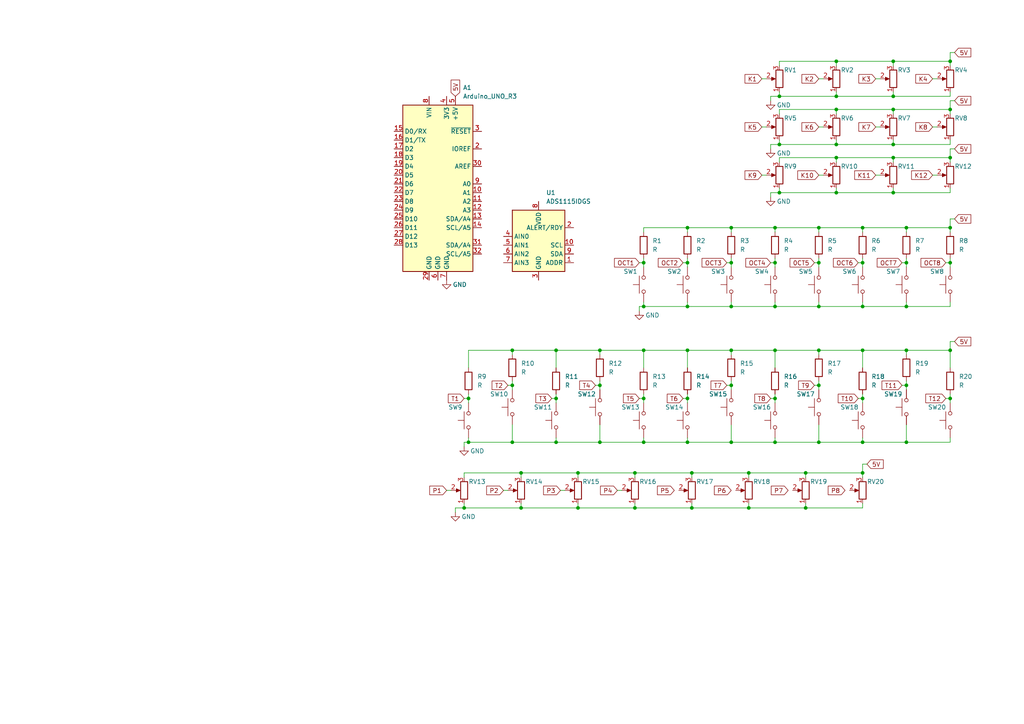
<source format=kicad_sch>
(kicad_sch (version 20230121) (generator eeschema)
  (paper "A4")
  (title_block (title "Maze MIDI") (date "2023-10-25") (rev "v0.1.0") (company "Ronalds Palacis"))
  (lib_symbols
    (symbol "Analog_ADC:ADS1115IDGS"
      (property "Reference" "U" (at 2.54 13.97 0))
      (property "Value" "ADS1115IDGS" (at 7.62 11.43 0))
      (symbol "ADS1115IDGS_0_1"
        (rectangle (start -7.62 10.16) (end 7.62 -7.62) (stroke (width 0.254)) (fill (type background)))
      )
      (symbol "ADS1115IDGS_1_1"
        (pin input line (at 10.16 -5.08 180) (length 2.54) (name "ADDR") (number "1"))
        (pin input line (at 10.16 0 180) (length 2.54) (name "SCL") (number "10"))
        (pin output line (at 10.16 5.08 180) (length 2.54) (name "ALERT/RDY") (number "2"))
        (pin power_in line (at 0 -10.16 90) (length 2.54) (name "GND") (number "3"))
        (pin input line (at -10.16 2.54 0) (length 2.54) (name "AIN0") (number "4"))
        (pin input line (at -10.16 0 0) (length 2.54) (name "AIN1") (number "5"))
        (pin input line (at -10.16 -2.54 0) (length 2.54) (name "AIN2") (number "6"))
        (pin input line (at -10.16 -5.08 0) (length 2.54) (name "AIN3") (number "7"))
        (pin power_in line (at 0 12.7 270) (length 2.54) (name "VDD") (number "8"))
        (pin bidirectional line (at 10.16 -2.54 180) (length 2.54) (name "SDA") (number "9"))
      )
    )
    (symbol "Device:R" (pin_numbers hide) (pin_names (offset 0))
      (property "Reference" "R" (at 2.032 0 90))
      (property "Value" "R" (at 0 0 90))
      (symbol "R_0_1"
        (rectangle (start -1.016 -2.54) (end 1.016 2.54) (stroke (width 0.254)))
      )
      (symbol "R_1_1"
        (pin passive line (at 0 3.81 270) (length 1.27) (name "~") (number "1"))
        (pin passive line (at 0 -3.81 90) (length 1.27) (name "~") (number "2"))
      )
    )
    (symbol "Device:R_Potentiometer" (pin_names (offset 1.016) hide)
      (property "Reference" "RV" (at -4.445 0 90))
      (property "Value" "R_Potentiometer" (at -2.54 0 90))
      (symbol "R_Potentiometer_0_1"
        (polyline (pts (xy 2.54 0) (xy 1.524 0)))
        (polyline (pts (xy 1.143 0) (xy 2.286 0.508) (xy 2.286 -0.508) (xy 1.143 0)) (fill (type outline)))
        (rectangle (start 1.016 2.54) (end -1.016 -2.54) (stroke (width 0.254)))
      )
      (symbol "R_Potentiometer_1_1"
        (pin passive line (at 0 3.81 270) (length 1.27) (name "1") (number "1"))
        (pin passive line (at 3.81 0 180) (length 1.27) (name "2") (number "2"))
        (pin passive line (at 0 -3.81 90) (length 1.27) (name "3") (number "3"))
      )
    )
    (symbol "MCU_Module:Arduino_UNO_R3"
      (property "Reference" "A" (at -10.16 23.495 0))
      (property "Value" "Arduino_UNO_R3" (at 5.08 -26.67 0))
      (symbol "Arduino_UNO_R3_0_1"
        (rectangle (start -10.16 22.86) (end 10.16 -25.4) (stroke (width 0.254)) (fill (type background)))
      )
      (symbol "Arduino_UNO_R3_1_1"
        (pin no_connect line (at -10.16 -20.32 0) (length 2.54) hide (name "NC") (number "1"))
        (pin bidirectional line (at 12.7 -2.54 180) (length 2.54) (name "A1") (number "10"))
        (pin bidirectional line (at 12.7 -5.08 180) (length 2.54) (name "A2") (number "11"))
        (pin bidirectional line (at 12.7 -7.62 180) (length 2.54) (name "A3") (number "12"))
        (pin bidirectional line (at 12.7 -10.16 180) (length 2.54) (name "SDA/A4") (number "13"))
        (pin bidirectional line (at 12.7 -12.7 180) (length 2.54) (name "SCL/A5") (number "14"))
        (pin bidirectional line (at -12.7 15.24 0) (length 2.54) (name "D0/RX") (number "15"))
        (pin bidirectional line (at -12.7 12.7 0) (length 2.54) (name "D1/TX") (number "16"))
        (pin bidirectional line (at -12.7 10.16 0) (length 2.54) (name "D2") (number "17"))
        (pin bidirectional line (at -12.7 7.62 0) (length 2.54) (name "D3") (number "18"))
        (pin bidirectional line (at -12.7 5.08 0) (length 2.54) (name "D4") (number "19"))
        (pin output line (at 12.7 10.16 180) (length 2.54) (name "IOREF") (number "2"))
        (pin bidirectional line (at -12.7 2.54 0) (length 2.54) (name "D5") (number "20"))
        (pin bidirectional line (at -12.7 0 0) (length 2.54) (name "D6") (number "21"))
        (pin bidirectional line (at -12.7 -2.54 0) (length 2.54) (name "D7") (number "22"))
        (pin bidirectional line (at -12.7 -5.08 0) (length 2.54) (name "D8") (number "23"))
        (pin bidirectional line (at -12.7 -7.62 0) (length 2.54) (name "D9") (number "24"))
        (pin bidirectional line (at -12.7 -10.16 0) (length 2.54) (name "D10") (number "25"))
        (pin bidirectional line (at -12.7 -12.7 0) (length 2.54) (name "D11") (number "26"))
        (pin bidirectional line (at -12.7 -15.24 0) (length 2.54) (name "D12") (number "27"))
        (pin bidirectional line (at -12.7 -17.78 0) (length 2.54) (name "D13") (number "28"))
        (pin power_in line (at -2.54 -27.94 90) (length 2.54) (name "GND") (number "29"))
        (pin input line (at 12.7 15.24 180) (length 2.54) (name "~{RESET}") (number "3"))
        (pin input line (at 12.7 5.08 180) (length 2.54) (name "AREF") (number "30"))
        (pin bidirectional line (at 12.7 -17.78 180) (length 2.54) (name "SDA/A4") (number "31"))
        (pin bidirectional line (at 12.7 -20.32 180) (length 2.54) (name "SCL/A5") (number "32"))
        (pin power_out line (at 2.54 25.4 270) (length 2.54) (name "3V3") (number "4"))
        (pin power_out line (at 5.08 25.4 270) (length 2.54) (name "+5V") (number "5"))
        (pin power_in line (at 0 -27.94 90) (length 2.54) (name "GND") (number "6"))
        (pin power_in line (at 2.54 -27.94 90) (length 2.54) (name "GND") (number "7"))
        (pin power_in line (at -2.54 25.4 270) (length 2.54) (name "VIN") (number "8"))
        (pin bidirectional line (at 12.7 0 180) (length 2.54) (name "A0") (number "9"))
      )
    )
    (symbol "Switch:SW_Push" (pin_numbers hide) (pin_names (offset 1.016) hide)
      (property "Reference" "SW" (at 1.27 2.54 0))
      (property "Value" "SW_Push" (at 0 -1.524 0))
      (symbol "SW_Push_0_1"
        (circle (center -2.032 0) (radius 0.508))
        (polyline (pts (xy 0 1.27) (xy 0 3.048)))
        (polyline (pts (xy 2.54 1.27) (xy -2.54 1.27)))
        (circle (center 2.032 0) (radius 0.508))
        (pin passive line (at -5.08 0 0) (length 2.54) (name "1") (number "1"))
        (pin passive line (at 5.08 0 180) (length 2.54) (name "2") (number "2"))
      )
    )
    (symbol "power:GND" (power) (pin_names (offset 0))
      (property "Value" "GND" (at 0 -3.81 0))
      (symbol "GND_0_1"
        (polyline (pts (xy 0 0) (xy 0 -1.27) (xy 1.27 -1.27) (xy 0 -2.54) (xy -1.27 -1.27) (xy 0 -1.27)))
      )
      (symbol "GND_1_1"
        (pin power_in line (at 0 0 270) (length 0) hide (name "GND") (number "1"))
      )
    )
  )
  (junction (at 186.69 128.27))
  (junction (at 212.09 88.9))
  (junction (at 224.79 88.9))
  (junction (at 167.64 137.16))
  (junction (at 262.89 101.6))
  (junction (at 237.49 128.27))
  (junction (at 237.49 88.9))
  (junction (at 217.17 147.32))
  (junction (at 275.59 17.78))
  (junction (at 212.09 128.27))
  (junction (at 237.49 101.6))
  (junction (at 242.57 17.78))
  (junction (at 226.06 55.88))
  (junction (at 173.99 101.6))
  (junction (at 199.39 66.04))
  (junction (at 242.57 45.72))
  (junction (at 161.29 115.57))
  (junction (at 233.68 147.32))
  (junction (at 161.29 101.6))
  (junction (at 262.89 76.2))
  (junction (at 167.64 147.32))
  (junction (at 226.06 41.91))
  (junction (at 250.19 88.9))
  (junction (at 275.59 115.57))
  (junction (at 250.19 115.57))
  (junction (at 186.69 88.9))
  (junction (at 135.89 115.57))
  (junction (at 262.89 128.27))
  (junction (at 173.99 128.27))
  (junction (at 173.99 111.76))
  (junction (at 151.13 137.16))
  (junction (at 259.08 55.88))
  (junction (at 275.59 66.04))
  (junction (at 275.59 76.2))
  (junction (at 250.19 128.27))
  (junction (at 242.57 27.94))
  (junction (at 186.69 101.6))
  (junction (at 199.39 115.57))
  (junction (at 275.59 31.75))
  (junction (at 259.08 27.94))
  (junction (at 275.59 45.72))
  (junction (at 259.08 31.75))
  (junction (at 212.09 76.2))
  (junction (at 226.06 27.94))
  (junction (at 135.89 128.27))
  (junction (at 262.89 111.76))
  (junction (at 250.19 137.16))
  (junction (at 242.57 55.88))
  (junction (at 200.66 147.32))
  (junction (at 134.62 147.32))
  (junction (at 200.66 137.16))
  (junction (at 237.49 111.76))
  (junction (at 224.79 128.27))
  (junction (at 212.09 66.04))
  (junction (at 212.09 101.6))
  (junction (at 186.69 115.57))
  (junction (at 199.39 128.27))
  (junction (at 199.39 76.2))
  (junction (at 262.89 66.04))
  (junction (at 212.09 111.76))
  (junction (at 161.29 128.27))
  (junction (at 224.79 76.2))
  (junction (at 148.59 111.76))
  (junction (at 259.08 17.78))
  (junction (at 186.69 76.2))
  (junction (at 217.17 137.16))
  (junction (at 250.19 66.04))
  (junction (at 233.68 137.16))
  (junction (at 259.08 41.91))
  (junction (at 275.59 101.6))
  (junction (at 237.49 76.2))
  (junction (at 199.39 88.9))
  (junction (at 250.19 101.6))
  (junction (at 199.39 101.6))
  (junction (at 148.59 128.27))
  (junction (at 237.49 66.04))
  (junction (at 242.57 31.75))
  (junction (at 184.15 137.16))
  (junction (at 224.79 101.6))
  (junction (at 151.13 147.32))
  (junction (at 224.79 66.04))
  (junction (at 242.57 41.91))
  (junction (at 224.79 115.57))
  (junction (at 259.08 45.72))
  (junction (at 148.59 101.6))
  (junction (at 184.15 147.32))
  (junction (at 262.89 88.9))
  (junction (at 250.19 76.2))
  (wire (pts (xy 250.19 74.93) (xy 250.19 76.2)))
  (wire (pts (xy 132.08 147.32) (xy 134.62 147.32)))
  (wire (pts (xy 262.89 101.6) (xy 262.89 102.87)))
  (wire (pts (xy 237.49 87.63) (xy 237.49 88.9)))
  (wire (pts (xy 200.66 147.32) (xy 184.15 147.32)))
  (wire (pts (xy 212.09 101.6) (xy 199.39 101.6)))
  (wire (pts (xy 275.59 40.64) (xy 275.59 41.91)))
  (wire (pts (xy 226.06 33.02) (xy 226.06 31.75)))
  (wire (pts (xy 233.68 137.16) (xy 217.17 137.16)))
  (wire (pts (xy 259.08 55.88) (xy 275.59 55.88)))
  (wire (pts (xy 148.59 101.6) (xy 135.89 101.6)))
  (wire (pts (xy 212.09 123.19) (xy 212.09 128.27)))
  (wire (pts (xy 173.99 123.19) (xy 173.99 128.27)))
  (wire (pts (xy 162.56 142.24) (xy 163.83 142.24)))
  (wire (pts (xy 237.49 76.2) (xy 237.49 77.47)))
  (wire (pts (xy 275.59 66.04) (xy 262.89 66.04)))
  (wire (pts (xy 223.52 27.94) (xy 226.06 27.94)))
  (wire (pts (xy 275.59 67.31) (xy 275.59 66.04)))
  (wire (pts (xy 259.08 45.72) (xy 275.59 45.72)))
  (wire (pts (xy 148.59 110.49) (xy 148.59 111.76)))
  (wire (pts (xy 254 36.83) (xy 255.27 36.83)))
  (wire (pts (xy 270.51 36.83) (xy 271.78 36.83)))
  (wire (pts (xy 224.79 128.27) (xy 237.49 128.27)))
  (wire (pts (xy 259.08 27.94) (xy 275.59 27.94)))
  (wire (pts (xy 148.59 111.76) (xy 148.59 113.03)))
  (wire (pts (xy 237.49 88.9) (xy 250.19 88.9)))
  (wire (pts (xy 223.52 115.57) (xy 224.79 115.57)))
  (wire (pts (xy 199.39 74.93) (xy 199.39 76.2)))
  (wire (pts (xy 135.89 115.57) (xy 135.89 114.3)))
  (wire (pts (xy 224.79 74.93) (xy 224.79 76.2)))
  (wire (pts (xy 259.08 31.75) (xy 259.08 33.02)))
  (wire (pts (xy 275.59 101.6) (xy 262.89 101.6)))
  (wire (pts (xy 275.59 99.06) (xy 275.59 101.6)))
  (wire (pts (xy 262.89 87.63) (xy 262.89 88.9)))
  (wire (pts (xy 146.05 142.24) (xy 147.32 142.24)))
  (wire (pts (xy 135.89 127) (xy 135.89 128.27)))
  (wire (pts (xy 148.59 123.19) (xy 148.59 128.27)))
  (wire (pts (xy 226.06 55.88) (xy 242.57 55.88)))
  (wire (pts (xy 237.49 22.86) (xy 238.76 22.86)))
  (wire (pts (xy 250.19 146.05) (xy 250.19 147.32)))
  (wire (pts (xy 262.89 66.04) (xy 262.89 67.31)))
  (wire (pts (xy 199.39 115.57) (xy 199.39 116.84)))
  (wire (pts (xy 161.29 101.6) (xy 161.29 106.68)))
  (wire (pts (xy 186.69 76.2) (xy 186.69 74.93)))
  (wire (pts (xy 132.08 148.59) (xy 132.08 147.32)))
  (wire (pts (xy 250.19 76.2) (xy 250.19 77.47)))
  (wire (pts (xy 242.57 45.72) (xy 242.57 46.99)))
  (wire (pts (xy 224.79 76.2) (xy 224.79 77.47)))
  (wire (pts (xy 212.09 74.93) (xy 212.09 76.2)))
  (wire (pts (xy 237.49 111.76) (xy 237.49 113.03)))
  (wire (pts (xy 226.06 54.61) (xy 226.06 55.88)))
  (wire (pts (xy 224.79 87.63) (xy 224.79 88.9)))
  (wire (pts (xy 212.09 76.2) (xy 212.09 77.47)))
  (wire (pts (xy 186.69 128.27) (xy 199.39 128.27)))
  (wire (pts (xy 199.39 101.6) (xy 199.39 106.68)))
  (wire (pts (xy 226.06 17.78) (xy 242.57 17.78)))
  (wire (pts (xy 186.69 88.9) (xy 199.39 88.9)))
  (wire (pts (xy 233.68 146.05) (xy 233.68 147.32)))
  (wire (pts (xy 250.19 147.32) (xy 233.68 147.32)))
  (wire (pts (xy 186.69 66.04) (xy 186.69 67.31)))
  (wire (pts (xy 185.42 88.9) (xy 186.69 88.9)))
  (wire (pts (xy 275.59 43.18) (xy 275.59 45.72)))
  (wire (pts (xy 259.08 41.91) (xy 242.57 41.91)))
  (wire (pts (xy 186.69 115.57) (xy 186.69 116.84)))
  (wire (pts (xy 226.06 27.94) (xy 242.57 27.94)))
  (wire (pts (xy 275.59 114.3) (xy 275.59 115.57)))
  (wire (pts (xy 237.49 50.8) (xy 238.76 50.8)))
  (wire (pts (xy 276.86 29.21) (xy 275.59 29.21)))
  (wire (pts (xy 184.15 137.16) (xy 184.15 138.43)))
  (wire (pts (xy 275.59 87.63) (xy 275.59 88.9)))
  (wire (pts (xy 259.08 31.75) (xy 275.59 31.75)))
  (wire (pts (xy 212.09 87.63) (xy 212.09 88.9)))
  (wire (pts (xy 237.49 102.87) (xy 237.49 101.6)))
  (wire (pts (xy 250.19 127) (xy 250.19 128.27)))
  (wire (pts (xy 161.29 127) (xy 161.29 128.27)))
  (wire (pts (xy 251.46 134.62) (xy 250.19 134.62)))
  (wire (pts (xy 173.99 101.6) (xy 161.29 101.6)))
  (wire (pts (xy 212.09 111.76) (xy 212.09 113.03)))
  (wire (pts (xy 173.99 110.49) (xy 173.99 111.76)))
  (wire (pts (xy 250.19 128.27) (xy 262.89 128.27)))
  (wire (pts (xy 275.59 15.24) (xy 275.59 17.78)))
  (wire (pts (xy 199.39 101.6) (xy 186.69 101.6)))
  (wire (pts (xy 242.57 41.91) (xy 226.06 41.91)))
  (wire (pts (xy 242.57 26.67) (xy 242.57 27.94)))
  (wire (pts (xy 224.79 127) (xy 224.79 128.27)))
  (wire (pts (xy 186.69 114.3) (xy 186.69 115.57)))
  (wire (pts (xy 262.89 88.9) (xy 275.59 88.9)))
  (wire (pts (xy 224.79 115.57) (xy 224.79 116.84)))
  (wire (pts (xy 275.59 63.5) (xy 275.59 66.04)))
  (wire (pts (xy 226.06 26.67) (xy 226.06 27.94)))
  (wire (pts (xy 210.82 76.2) (xy 212.09 76.2)))
  (wire (pts (xy 199.39 76.2) (xy 199.39 77.47)))
  (wire (pts (xy 250.19 101.6) (xy 237.49 101.6)))
  (wire (pts (xy 275.59 76.2) (xy 275.59 77.47)))
  (wire (pts (xy 224.79 101.6) (xy 212.09 101.6)))
  (wire (pts (xy 220.98 22.86) (xy 222.25 22.86)))
  (wire (pts (xy 250.19 87.63) (xy 250.19 88.9)))
  (wire (pts (xy 237.49 66.04) (xy 237.49 67.31)))
  (wire (pts (xy 217.17 137.16) (xy 217.17 138.43)))
  (wire (pts (xy 233.68 147.32) (xy 217.17 147.32)))
  (wire (pts (xy 270.51 22.86) (xy 271.78 22.86)))
  (wire (pts (xy 250.19 114.3) (xy 250.19 115.57)))
  (wire (pts (xy 199.39 87.63) (xy 199.39 88.9)))
  (wire (pts (xy 198.12 115.57) (xy 199.39 115.57)))
  (wire (pts (xy 261.62 76.2) (xy 262.89 76.2)))
  (wire (pts (xy 223.52 55.88) (xy 226.06 55.88)))
  (wire (pts (xy 270.51 50.8) (xy 271.78 50.8)))
  (wire (pts (xy 186.69 101.6) (xy 173.99 101.6)))
  (wire (pts (xy 274.32 76.2) (xy 275.59 76.2)))
  (wire (pts (xy 262.89 76.2) (xy 262.89 77.47)))
  (wire (pts (xy 199.39 66.04) (xy 199.39 67.31)))
  (wire (pts (xy 242.57 17.78) (xy 242.57 19.05)))
  (wire (pts (xy 242.57 55.88) (xy 259.08 55.88)))
  (wire (pts (xy 236.22 76.2) (xy 237.49 76.2)))
  (wire (pts (xy 134.62 146.05) (xy 134.62 147.32)))
  (wire (pts (xy 179.07 142.24) (xy 180.34 142.24)))
  (wire (pts (xy 236.22 111.76) (xy 237.49 111.76)))
  (wire (pts (xy 224.79 101.6) (xy 237.49 101.6)))
  (wire (pts (xy 198.12 76.2) (xy 199.39 76.2)))
  (wire (pts (xy 275.59 45.72) (xy 275.59 46.99)))
  (wire (pts (xy 223.52 43.18) (xy 223.52 41.91)))
  (wire (pts (xy 242.57 31.75) (xy 259.08 31.75)))
  (wire (pts (xy 224.79 88.9) (xy 237.49 88.9)))
  (wire (pts (xy 186.69 127) (xy 186.69 128.27)))
  (wire (pts (xy 200.66 137.16) (xy 184.15 137.16)))
  (wire (pts (xy 276.86 15.24) (xy 275.59 15.24)))
  (wire (pts (xy 134.62 138.43) (xy 134.62 137.16)))
  (wire (pts (xy 167.64 147.32) (xy 184.15 147.32)))
  (wire (pts (xy 259.08 17.78) (xy 275.59 17.78)))
  (wire (pts (xy 224.79 66.04) (xy 212.09 66.04)))
  (wire (pts (xy 223.52 76.2) (xy 224.79 76.2)))
  (wire (pts (xy 185.42 76.2) (xy 186.69 76.2)))
  (wire (pts (xy 220.98 36.83) (xy 222.25 36.83)))
  (wire (pts (xy 250.19 115.57) (xy 250.19 116.84)))
  (wire (pts (xy 237.49 74.93) (xy 237.49 76.2)))
  (wire (pts (xy 276.86 63.5) (xy 275.59 63.5)))
  (wire (pts (xy 151.13 137.16) (xy 167.64 137.16)))
  (wire (pts (xy 200.66 146.05) (xy 200.66 147.32)))
  (wire (pts (xy 199.39 66.04) (xy 186.69 66.04)))
  (wire (pts (xy 148.59 128.27) (xy 161.29 128.27)))
  (wire (pts (xy 226.06 31.75) (xy 242.57 31.75)))
  (wire (pts (xy 186.69 101.6) (xy 186.69 106.68)))
  (wire (pts (xy 223.52 41.91) (xy 226.06 41.91)))
  (wire (pts (xy 199.39 114.3) (xy 199.39 115.57)))
  (wire (pts (xy 129.54 142.24) (xy 130.81 142.24)))
  (wire (pts (xy 184.15 147.32) (xy 184.15 146.05)))
  (wire (pts (xy 275.59 106.68) (xy 275.59 101.6)))
  (wire (pts (xy 250.19 88.9) (xy 262.89 88.9)))
  (wire (pts (xy 135.89 115.57) (xy 135.89 116.84)))
  (wire (pts (xy 275.59 17.78) (xy 275.59 19.05)))
  (wire (pts (xy 199.39 127) (xy 199.39 128.27)))
  (wire (pts (xy 167.64 137.16) (xy 167.64 138.43)))
  (wire (pts (xy 212.09 101.6) (xy 212.09 102.87)))
  (wire (pts (xy 237.49 36.83) (xy 238.76 36.83)))
  (wire (pts (xy 212.09 110.49) (xy 212.09 111.76)))
  (wire (pts (xy 262.89 110.49) (xy 262.89 111.76)))
  (wire (pts (xy 217.17 146.05) (xy 217.17 147.32)))
  (wire (pts (xy 217.17 147.32) (xy 200.66 147.32)))
  (wire (pts (xy 199.39 88.9) (xy 212.09 88.9)))
  (wire (pts (xy 185.42 115.57) (xy 186.69 115.57)))
  (wire (pts (xy 161.29 101.6) (xy 148.59 101.6)))
  (wire (pts (xy 134.62 147.32) (xy 151.13 147.32)))
  (wire (pts (xy 224.79 66.04) (xy 224.79 67.31)))
  (wire (pts (xy 262.89 74.93) (xy 262.89 76.2)))
  (wire (pts (xy 274.32 115.57) (xy 275.59 115.57)))
  (wire (pts (xy 172.72 111.76) (xy 173.99 111.76)))
  (wire (pts (xy 147.32 111.76) (xy 148.59 111.76)))
  (wire (pts (xy 226.06 46.99) (xy 226.06 45.72)))
  (wire (pts (xy 226.06 40.64) (xy 226.06 41.91)))
  (wire (pts (xy 167.64 146.05) (xy 167.64 147.32)))
  (wire (pts (xy 212.09 128.27) (xy 224.79 128.27)))
  (wire (pts (xy 242.57 45.72) (xy 259.08 45.72)))
  (wire (pts (xy 186.69 87.63) (xy 186.69 88.9)))
  (wire (pts (xy 212.09 88.9) (xy 224.79 88.9)))
  (wire (pts (xy 250.19 66.04) (xy 237.49 66.04)))
  (wire (pts (xy 254 50.8) (xy 255.27 50.8)))
  (wire (pts (xy 275.59 127) (xy 275.59 128.27)))
  (wire (pts (xy 135.89 128.27) (xy 148.59 128.27)))
  (wire (pts (xy 254 22.86) (xy 255.27 22.86)))
  (wire (pts (xy 212.09 66.04) (xy 212.09 67.31)))
  (wire (pts (xy 259.08 41.91) (xy 275.59 41.91)))
  (wire (pts (xy 259.08 45.72) (xy 259.08 46.99)))
  (wire (pts (xy 261.62 111.76) (xy 262.89 111.76)))
  (wire (pts (xy 151.13 147.32) (xy 167.64 147.32)))
  (wire (pts (xy 217.17 137.16) (xy 200.66 137.16)))
  (wire (pts (xy 259.08 17.78) (xy 259.08 19.05)))
  (wire (pts (xy 237.49 66.04) (xy 224.79 66.04)))
  (wire (pts (xy 135.89 101.6) (xy 135.89 106.68)))
  (wire (pts (xy 275.59 29.21) (xy 275.59 31.75)))
  (wire (pts (xy 250.19 66.04) (xy 250.19 67.31)))
  (wire (pts (xy 173.99 128.27) (xy 186.69 128.27)))
  (wire (pts (xy 237.49 123.19) (xy 237.49 128.27)))
  (wire (pts (xy 161.29 114.3) (xy 161.29 115.57)))
  (wire (pts (xy 173.99 101.6) (xy 173.99 102.87)))
  (wire (pts (xy 275.59 31.75) (xy 275.59 33.02)))
  (wire (pts (xy 275.59 54.61) (xy 275.59 55.88)))
  (wire (pts (xy 134.62 137.16) (xy 151.13 137.16)))
  (wire (pts (xy 259.08 54.61) (xy 259.08 55.88)))
  (wire (pts (xy 134.62 128.27) (xy 134.62 129.54)))
  (wire (pts (xy 262.89 101.6) (xy 250.19 101.6)))
  (wire (pts (xy 233.68 137.16) (xy 233.68 138.43)))
  (wire (pts (xy 220.98 50.8) (xy 222.25 50.8)))
  (wire (pts (xy 250.19 101.6) (xy 250.19 106.68)))
  (wire (pts (xy 200.66 137.16) (xy 200.66 138.43)))
  (wire (pts (xy 262.89 111.76) (xy 262.89 113.03)))
  (wire (pts (xy 167.64 137.16) (xy 184.15 137.16)))
  (wire (pts (xy 224.79 101.6) (xy 224.79 106.68)))
  (wire (pts (xy 134.62 128.27) (xy 135.89 128.27)))
  (wire (pts (xy 212.09 66.04) (xy 199.39 66.04)))
  (wire (pts (xy 199.39 128.27) (xy 212.09 128.27)))
  (wire (pts (xy 223.52 27.94) (xy 223.52 29.21)))
  (wire (pts (xy 161.29 128.27) (xy 173.99 128.27)))
  (wire (pts (xy 226.06 19.05) (xy 226.06 17.78)))
  (wire (pts (xy 161.29 115.57) (xy 161.29 116.84)))
  (wire (pts (xy 242.57 54.61) (xy 242.57 55.88)))
  (wire (pts (xy 242.57 17.78) (xy 259.08 17.78)))
  (wire (pts (xy 262.89 66.04) (xy 250.19 66.04)))
  (wire (pts (xy 151.13 146.05) (xy 151.13 147.32)))
  (wire (pts (xy 250.19 137.16) (xy 233.68 137.16)))
  (wire (pts (xy 262.89 123.19) (xy 262.89 128.27)))
  (wire (pts (xy 242.57 27.94) (xy 259.08 27.94)))
  (wire (pts (xy 262.89 128.27) (xy 275.59 128.27)))
  (wire (pts (xy 275.59 115.57) (xy 275.59 116.84)))
  (wire (pts (xy 173.99 111.76) (xy 173.99 113.03)))
  (wire (pts (xy 151.13 137.16) (xy 151.13 138.43)))
  (wire (pts (xy 276.86 43.18) (xy 275.59 43.18)))
  (wire (pts (xy 259.08 40.64) (xy 259.08 41.91)))
  (wire (pts (xy 185.42 88.9) (xy 185.42 90.17)))
  (wire (pts (xy 248.92 76.2) (xy 250.19 76.2)))
  (wire (pts (xy 186.69 76.2) (xy 186.69 77.47)))
  (wire (pts (xy 242.57 40.64) (xy 242.57 41.91)))
  (wire (pts (xy 250.19 138.43) (xy 250.19 137.16)))
  (wire (pts (xy 210.82 111.76) (xy 212.09 111.76)))
  (wire (pts (xy 223.52 57.15) (xy 223.52 55.88)))
  (wire (pts (xy 237.49 128.27) (xy 250.19 128.27)))
  (wire (pts (xy 248.92 115.57) (xy 250.19 115.57)))
  (wire (pts (xy 275.59 76.2) (xy 275.59 74.93)))
  (wire (pts (xy 160.02 115.57) (xy 161.29 115.57)))
  (wire (pts (xy 148.59 101.6) (xy 148.59 102.87)))
  (wire (pts (xy 226.06 45.72) (xy 242.57 45.72)))
  (wire (pts (xy 242.57 31.75) (xy 242.57 33.02)))
  (wire (pts (xy 276.86 99.06) (xy 275.59 99.06)))
  (wire (pts (xy 275.59 27.94) (xy 275.59 26.67)))
  (wire (pts (xy 134.62 115.57) (xy 135.89 115.57)))
  (wire (pts (xy 237.49 110.49) (xy 237.49 111.76)))
  (wire (pts (xy 224.79 115.57) (xy 224.79 114.3)))
  (wire (pts (xy 259.08 26.67) (xy 259.08 27.94)))
  (wire (pts (xy 250.19 134.62) (xy 250.19 137.16)))
  (global_label "OCT2" (shape input) (at 198.12 76.2 180) (property "Intersheetrefs" "${INTERSHEET_REFS}" (effects hide)))
  (global_label "5V" (shape input) (at 276.86 15.24 0) (property "Intersheetrefs" "${INTERSHEET_REFS}" (effects hide)))
  (global_label "OCT8" (shape input) (at 274.32 76.2 180) (property "Intersheetrefs" "${INTERSHEET_REFS}" (effects hide)))
  (global_label "5V" (shape input) (at 276.86 29.21 0) (property "Intersheetrefs" "${INTERSHEET_REFS}" (effects hide)))
  (global_label "5V" (shape input) (at 276.86 99.06 0) (property "Intersheetrefs" "${INTERSHEET_REFS}" (effects hide)))
  (global_label "K12" (shape input) (at 270.51 50.8 180) (property "Intersheetrefs" "${INTERSHEET_REFS}" (effects hide)))
  (global_label "K9" (shape input) (at 220.98 50.8 180) (property "Intersheetrefs" "${INTERSHEET_REFS}" (effects hide)))
  (global_label "5V" (shape input) (at 276.86 43.18 0) (property "Intersheetrefs" "${INTERSHEET_REFS}" (effects hide)))
  (global_label "OCT1" (shape input) (at 185.42 76.2 180) (property "Intersheetrefs" "${INTERSHEET_REFS}" (effects hide)))
  (global_label "OCT7" (shape input) (at 261.62 76.2 180) (property "Intersheetrefs" "${INTERSHEET_REFS}" (effects hide)))
  (global_label "P8" (shape input) (at 245.11 142.24 180) (property "Intersheetrefs" "${INTERSHEET_REFS}" (effects hide)))
  (global_label "T3" (shape input) (at 160.02 115.57 180) (property "Intersheetrefs" "${INTERSHEET_REFS}" (effects hide)))
  (global_label "5V" (shape input) (at 132.08 27.94 90) (property "Intersheetrefs" "${INTERSHEET_REFS}" (effects hide)))
  (global_label "P1" (shape input) (at 129.54 142.24 180) (property "Intersheetrefs" "${INTERSHEET_REFS}" (effects hide)))
  (global_label "K7" (shape input) (at 254 36.83 180) (property "Intersheetrefs" "${INTERSHEET_REFS}" (effects hide)))
  (global_label "P4" (shape input) (at 179.07 142.24 180) (property "Intersheetrefs" "${INTERSHEET_REFS}" (effects hide)))
  (global_label "P2" (shape input) (at 146.05 142.24 180) (property "Intersheetrefs" "${INTERSHEET_REFS}" (effects hide)))
  (global_label "K6" (shape input) (at 237.49 36.83 180) (property "Intersheetrefs" "${INTERSHEET_REFS}" (effects hide)))
  (global_label "P6" (shape input) (at 212.09 142.24 180) (property "Intersheetrefs" "${INTERSHEET_REFS}" (effects hide)))
  (global_label "P5" (shape input) (at 195.58 142.24 180) (property "Intersheetrefs" "${INTERSHEET_REFS}" (effects hide)))
  (global_label "P3" (shape input) (at 162.56 142.24 180) (property "Intersheetrefs" "${INTERSHEET_REFS}" (effects hide)))
  (global_label "OCT4" (shape input) (at 223.52 76.2 180) (property "Intersheetrefs" "${INTERSHEET_REFS}" (effects hide)))
  (global_label "K2" (shape input) (at 237.49 22.86 180) (property "Intersheetrefs" "${INTERSHEET_REFS}" (effects hide)))
  (global_label "T1" (shape input) (at 134.62 115.57 180) (property "Intersheetrefs" "${INTERSHEET_REFS}" (effects hide)))
  (global_label "P7" (shape input) (at 228.6 142.24 180) (property "Intersheetrefs" "${INTERSHEET_REFS}" (effects hide)))
  (global_label "T5" (shape input) (at 185.42 115.57 180) (property "Intersheetrefs" "${INTERSHEET_REFS}" (effects hide)))
  (global_label "5V" (shape input) (at 251.46 134.62 0) (property "Intersheetrefs" "${INTERSHEET_REFS}" (effects hide)))
  (global_label "K5" (shape input) (at 220.98 36.83 180) (property "Intersheetrefs" "${INTERSHEET_REFS}" (effects hide)))
  (global_label "OCT6" (shape input) (at 248.92 76.2 180) (property "Intersheetrefs" "${INTERSHEET_REFS}" (effects hide)))
  (global_label "T11" (shape input) (at 261.62 111.76 180) (property "Intersheetrefs" "${INTERSHEET_REFS}" (effects hide)))
  (global_label "5V" (shape input) (at 276.86 63.5 0) (property "Intersheetrefs" "${INTERSHEET_REFS}" (effects hide)))
  (global_label "K10" (shape input) (at 237.49 50.8 180) (property "Intersheetrefs" "${INTERSHEET_REFS}" (effects hide)))
  (global_label "K3" (shape input) (at 254 22.86 180) (property "Intersheetrefs" "${INTERSHEET_REFS}" (effects hide)))
  (global_label "K8" (shape input) (at 270.51 36.83 180) (property "Intersheetrefs" "${INTERSHEET_REFS}" (effects hide)))
  (global_label "T12" (shape input) (at 274.32 115.57 180) (property "Intersheetrefs" "${INTERSHEET_REFS}" (effects hide)))
  (global_label "T8" (shape input) (at 223.52 115.57 180) (property "Intersheetrefs" "${INTERSHEET_REFS}" (effects hide)))
  (global_label "T4" (shape input) (at 172.72 111.76 180) (property "Intersheetrefs" "${INTERSHEET_REFS}" (effects hide)))
  (global_label "T9" (shape input) (at 236.22 111.76 180) (property "Intersheetrefs" "${INTERSHEET_REFS}" (effects hide)))
  (global_label "T7" (shape input) (at 210.82 111.76 180) (property "Intersheetrefs" "${INTERSHEET_REFS}" (effects hide)))
  (global_label "0CT5" (shape input) (at 236.22 76.2 180) (property "Intersheetrefs" "${INTERSHEET_REFS}" (effects hide)))
  (global_label "OCT3" (shape input) (at 210.82 76.2 180) (property "Intersheetrefs" "${INTERSHEET_REFS}" (effects hide)))
  (global_label "K11" (shape input) (at 254 50.8 180) (property "Intersheetrefs" "${INTERSHEET_REFS}" (effects hide)))
  (global_label "T6" (shape input) (at 198.12 115.57 180) (property "Intersheetrefs" "${INTERSHEET_REFS}" (effects hide)))
  (global_label "K4" (shape input) (at 270.51 22.86 180) (property "Intersheetrefs" "${INTERSHEET_REFS}" (effects hide)))
  (global_label "K1" (shape input) (at 220.98 22.86 180) (property "Intersheetrefs" "${INTERSHEET_REFS}" (effects hide)))
  (global_label "T2" (shape input) (at 147.32 111.76 180) (property "Intersheetrefs" "${INTERSHEET_REFS}" (effects hide)))
  (global_label "T10" (shape input) (at 248.92 115.57 180) (property "Intersheetrefs" "${INTERSHEET_REFS}" (effects hide)))
  (symbol (lib_id "power:GND") (at 223.52 29.21 0) (unit 1)
    (property "Reference" "#PWR03" (effects hide))
    (property "Value" "GND" (at 227.33 30.48 0))
  )
  (symbol (lib_id "Device:R_Potentiometer") (at 242.57 22.86 180) (unit 1)
    (property "Reference" "RV2" (at 243.84 20.32 0) (effects (justify right)))
    (property "Value" "KEY1" (effects hide))
  )
  (symbol (lib_id "Switch:SW_Push") (at 135.89 121.92 90) (unit 1)
    (property "Reference" "SW9" (at 132.08 118.11 90))
    (property "Value" "SW_Push" (effects hide))
  )
  (symbol (lib_id "Device:R_Potentiometer") (at 226.06 50.8 180) (unit 1)
    (property "Reference" "RV9" (at 227.33 48.26 0) (effects (justify right)))
    (property "Value" "KEY1" (effects hide))
  )
  (symbol (lib_id "Device:R") (at 148.59 106.68 0) (unit 1)
    (property "Reference" "R10" (at 151.13 105.41 0) (effects (justify left)))
    (property "Value" "R" (at 151.13 107.95 0) (effects (justify left)))
  )
  (symbol (lib_id "Device:R_Potentiometer") (at 259.08 36.83 180) (unit 1)
    (property "Reference" "RV7" (at 260.35 34.29 0) (effects (justify right)))
    (property "Value" "KEY1" (effects hide))
  )
  (symbol (lib_id "Switch:SW_Push") (at 275.59 82.55 90) (unit 1)
    (property "Reference" "SW8" (at 271.78 78.74 90))
    (property "Value" "SW_Push" (effects hide))
  )
  (symbol (lib_id "Device:R_Potentiometer") (at 242.57 50.8 180) (unit 1)
    (property "Reference" "RV10" (at 243.84 48.26 0) (effects (justify right)))
    (property "Value" "KEY1" (effects hide))
  )
  (symbol (lib_id "MCU_Module:Arduino_UNO_R3") (at 127 53.34 0) (unit 1)
    (property "Reference" "A1" (at 134.2741 25.4 0) (effects (justify left)))
    (property "Value" "Arduino_UNO_R3" (at 134.2741 27.94 0) (effects (justify left)))
    (property "Footprint" "Module:Arduino_UNO_R3" (effects hide))
    (property "Datasheet" "https://www.arduino.cc/en/Main/arduinoBoardUno" (effects hide))
  )
  (symbol (lib_id "Switch:SW_Push") (at 224.79 121.92 90) (unit 1)
    (property "Reference" "SW16" (at 220.98 118.11 90))
    (property "Value" "SW_Push" (effects hide))
  )
  (symbol (lib_id "Device:R") (at 262.89 106.68 0) (unit 1)
    (property "Reference" "R19" (at 265.43 105.41 0) (effects (justify left)))
    (property "Value" "R" (at 265.43 107.95 0) (effects (justify left)))
  )
  (symbol (lib_id "Switch:SW_Push") (at 224.79 82.55 90) (unit 1)
    (property "Reference" "SW4" (at 220.98 78.74 90))
    (property "Value" "SW_Push" (effects hide))
  )
  (symbol (lib_id "Device:R_Potentiometer") (at 151.13 142.24 180) (unit 1)
    (property "Reference" "RV14" (at 152.4 139.7 0) (effects (justify right)))
    (property "Value" "KEY1" (effects hide))
  )
  (symbol (lib_id "Device:R") (at 212.09 71.12 0) (unit 1)
    (property "Reference" "R3" (at 214.63 69.85 0) (effects (justify left)))
    (property "Value" "R" (at 214.63 72.39 0) (effects (justify left)))
  )
  (symbol (lib_id "Switch:SW_Push") (at 173.99 118.11 90) (unit 1)
    (property "Reference" "SW12" (at 170.18 114.3 90))
    (property "Value" "SW_Push" (effects hide))
  )
  (symbol (lib_id "Device:R_Potentiometer") (at 184.15 142.24 180) (unit 1)
    (property "Reference" "RV16" (at 185.42 139.7 0) (effects (justify right)))
    (property "Value" "KEY1" (effects hide))
  )
  (symbol (lib_id "Switch:SW_Push") (at 237.49 82.55 90) (unit 1)
    (property "Reference" "SW5" (at 233.68 78.74 90))
    (property "Value" "SW_Push" (effects hide))
  )
  (symbol (lib_id "Device:R_Potentiometer") (at 275.59 22.86 180) (unit 1)
    (property "Reference" "RV4" (at 276.86 20.32 0) (effects (justify right)))
    (property "Value" "KEY1" (effects hide))
  )
  (symbol (lib_id "Device:R_Potentiometer") (at 275.59 36.83 180) (unit 1)
    (property "Reference" "RV8" (at 276.86 34.29 0) (effects (justify right)))
    (property "Value" "KEY1" (effects hide))
  )
  (symbol (lib_id "power:GND") (at 185.42 90.17 0) (unit 1)
    (property "Reference" "#PWR04" (effects hide))
    (property "Value" "GND" (at 189.23 91.44 0))
  )
  (symbol (lib_id "Device:R") (at 212.09 106.68 0) (unit 1)
    (property "Reference" "R15" (at 214.63 105.41 0) (effects (justify left)))
    (property "Value" "R" (at 214.63 107.95 0) (effects (justify left)))
  )
  (symbol (lib_id "Switch:SW_Push") (at 199.39 82.55 90) (unit 1)
    (property "Reference" "SW2" (at 195.58 78.74 90))
    (property "Value" "SW_Push" (effects hide))
  )
  (symbol (lib_id "Device:R_Potentiometer") (at 233.68 142.24 180) (unit 1)
    (property "Reference" "RV19" (at 234.95 139.7 0) (effects (justify right)))
    (property "Value" "KEY1" (effects hide))
  )
  (symbol (lib_id "power:GND") (at 223.52 43.18 0) (unit 1)
    (property "Reference" "#PWR02" (effects hide))
    (property "Value" "GND" (at 227.33 44.45 0))
  )
  (symbol (lib_id "Switch:SW_Push") (at 186.69 121.92 90) (unit 1)
    (property "Reference" "SW13" (at 182.88 118.11 90))
    (property "Value" "SW_Push" (effects hide))
  )
  (symbol (lib_id "Device:R") (at 237.49 71.12 0) (unit 1)
    (property "Reference" "R5" (at 240.03 69.85 0) (effects (justify left)))
    (property "Value" "R" (at 240.03 72.39 0) (effects (justify left)))
  )
  (symbol (lib_id "Device:R") (at 224.79 71.12 0) (unit 1)
    (property "Reference" "R4" (at 227.33 69.85 0) (effects (justify left)))
    (property "Value" "R" (at 227.33 72.39 0) (effects (justify left)))
  )
  (symbol (lib_id "Device:R") (at 250.19 110.49 0) (unit 1)
    (property "Reference" "R18" (at 252.73 109.22 0) (effects (justify left)))
    (property "Value" "R" (at 252.73 111.76 0) (effects (justify left)))
  )
  (symbol (lib_id "Device:R_Potentiometer") (at 250.19 142.24 180) (unit 1)
    (property "Reference" "RV20" (at 251.46 139.7 0) (effects (justify right)))
    (property "Value" "KEY1" (effects hide))
  )
  (symbol (lib_id "Switch:SW_Push") (at 199.39 121.92 90) (unit 1)
    (property "Reference" "SW14" (at 195.58 118.11 90))
    (property "Value" "SW_Push" (effects hide))
  )
  (symbol (lib_id "power:GND") (at 223.52 57.15 0) (unit 1)
    (property "Reference" "#PWR01" (effects hide))
    (property "Value" "GND" (at 227.33 58.42 0))
  )
  (symbol (lib_id "Device:R") (at 173.99 106.68 0) (unit 1)
    (property "Reference" "R12" (at 176.53 105.41 0) (effects (justify left)))
    (property "Value" "R" (at 176.53 107.95 0) (effects (justify left)))
  )
  (symbol (lib_id "Switch:SW_Push") (at 237.49 118.11 90) (unit 1)
    (property "Reference" "SW17" (at 233.68 114.3 90))
    (property "Value" "SW_Push" (effects hide))
  )
  (symbol (lib_id "Device:R_Potentiometer") (at 226.06 36.83 180) (unit 1)
    (property "Reference" "RV5" (at 227.33 34.29 0) (effects (justify right)))
    (property "Value" "KEY1" (effects hide))
  )
  (symbol (lib_id "Device:R_Potentiometer") (at 275.59 50.8 180) (unit 1)
    (property "Reference" "RV12" (at 276.86 48.26 0) (effects (justify right)))
    (property "Value" "KEY1" (effects hide))
  )
  (symbol (lib_id "Device:R") (at 161.29 110.49 0) (unit 1)
    (property "Reference" "R11" (at 163.83 109.22 0) (effects (justify left)))
    (property "Value" "R" (at 163.83 111.76 0) (effects (justify left)))
  )
  (symbol (lib_id "power:GND") (at 132.08 148.59 0) (unit 1)
    (property "Reference" "#PWR06" (effects hide))
    (property "Value" "GND" (at 135.89 149.86 0))
  )
  (symbol (lib_id "Device:R_Potentiometer") (at 242.57 36.83 180) (unit 1)
    (property "Reference" "RV6" (at 243.84 34.29 0) (effects (justify right)))
    (property "Value" "KEY1" (effects hide))
  )
  (symbol (lib_id "Device:R_Potentiometer") (at 226.06 22.86 180) (unit 1)
    (property "Reference" "RV1" (at 227.33 20.32 0) (effects (justify right)))
    (property "Value" "KEY1" (effects hide))
  )
  (symbol (lib_id "Device:R") (at 186.69 110.49 0) (unit 1)
    (property "Reference" "R13" (at 189.23 109.22 0) (effects (justify left)))
    (property "Value" "R" (at 189.23 111.76 0) (effects (justify left)))
  )
  (symbol (lib_id "Switch:SW_Push") (at 161.29 121.92 90) (unit 1)
    (property "Reference" "SW11" (at 157.48 118.11 90))
    (property "Value" "SW_Push" (effects hide))
  )
  (symbol (lib_id "Switch:SW_Push") (at 262.89 118.11 90) (unit 1)
    (property "Reference" "SW19" (at 259.08 114.3 90))
    (property "Value" "SW_Push" (effects hide))
  )
  (symbol (lib_id "Device:R_Potentiometer") (at 217.17 142.24 180) (unit 1)
    (property "Reference" "RV18" (at 218.44 139.7 0) (effects (justify right)))
    (property "Value" "KEY1" (effects hide))
  )
  (symbol (lib_id "Analog_ADC:ADS1115IDGS") (at 156.21 71.12 0) (unit 1)
    (property "Reference" "U1" (at 158.4041 55.88 0) (effects (justify left)))
    (property "Value" "ADS1115IDGS" (at 158.4041 58.42 0) (effects (justify left)))
    (property "Footprint" "Package_SO:TSSOP-10_3x3mm_P0.5mm" (effects hide))
    (property "Datasheet" "http://www.ti.com/lit/ds/symlink/ads1113.pdf" (effects hide))
  )
  (symbol (lib_id "Device:R") (at 250.19 71.12 0) (unit 1)
    (property "Reference" "R6" (at 252.73 69.85 0) (effects (justify left)))
    (property "Value" "R" (at 252.73 72.39 0) (effects (justify left)))
  )
  (symbol (lib_id "Switch:SW_Push") (at 148.59 118.11 90) (unit 1)
    (property "Reference" "SW10" (at 144.78 114.3 90))
    (property "Value" "SW_Push" (effects hide))
  )
  (symbol (lib_id "Switch:SW_Push") (at 275.59 121.92 90) (unit 1)
    (property "Reference" "SW20" (at 271.78 118.11 90))
    (property "Value" "SW_Push" (effects hide))
  )
  (symbol (lib_id "Device:R") (at 275.59 110.49 0) (unit 1)
    (property "Reference" "R20" (at 278.13 109.22 0) (effects (justify left)))
    (property "Value" "R" (at 278.13 111.76 0) (effects (justify left)))
  )
  (symbol (lib_id "Switch:SW_Push") (at 262.89 82.55 90) (unit 1)
    (property "Reference" "SW7" (at 259.08 78.74 90))
    (property "Value" "SW_Push" (effects hide))
  )
  (symbol (lib_id "Switch:SW_Push") (at 250.19 82.55 90) (unit 1)
    (property "Reference" "SW6" (at 246.38 78.74 90))
    (property "Value" "SW_Push" (effects hide))
  )
  (symbol (lib_id "Device:R_Potentiometer") (at 167.64 142.24 180) (unit 1)
    (property "Reference" "RV15" (at 168.91 139.7 0) (effects (justify right)))
    (property "Value" "KEY1" (effects hide))
  )
  (symbol (lib_id "Device:R") (at 186.69 71.12 0) (unit 1)
    (property "Reference" "R1" (at 189.23 69.85 0) (effects (justify left)))
    (property "Value" "R" (at 189.23 72.39 0) (effects (justify left)))
  )
  (symbol (lib_id "Device:R_Potentiometer") (at 200.66 142.24 180) (unit 1)
    (property "Reference" "RV17" (at 201.93 139.7 0) (effects (justify right)))
    (property "Value" "KEY1" (effects hide))
  )
  (symbol (lib_id "Device:R") (at 262.89 71.12 0) (unit 1)
    (property "Reference" "R7" (at 265.43 69.85 0) (effects (justify left)))
    (property "Value" "R" (at 265.43 72.39 0) (effects (justify left)))
  )
  (symbol (lib_id "Device:R_Potentiometer") (at 134.62 142.24 180) (unit 1)
    (property "Reference" "RV13" (at 135.89 139.7 0) (effects (justify right)))
    (property "Value" "KEY1" (effects hide))
  )
  (symbol (lib_id "Switch:SW_Push") (at 212.09 118.11 90) (unit 1)
    (property "Reference" "SW15" (at 208.28 114.3 90))
    (property "Value" "SW_Push" (effects hide))
  )
  (symbol (lib_id "Device:R") (at 237.49 106.68 0) (unit 1)
    (property "Reference" "R17" (at 240.03 105.41 0) (effects (justify left)))
    (property "Value" "R" (at 240.03 107.95 0) (effects (justify left)))
  )
  (symbol (lib_id "power:GND") (at 134.62 129.54 0) (unit 1)
    (property "Reference" "#PWR05" (effects hide))
    (property "Value" "GND" (at 138.43 130.81 0))
  )
  (symbol (lib_id "Switch:SW_Push") (at 186.69 82.55 90) (unit 1)
    (property "Reference" "SW1" (at 182.88 78.74 90))
    (property "Value" "SW_Push" (effects hide))
  )
  (symbol (lib_id "Device:R_Potentiometer") (at 259.08 22.86 180) (unit 1)
    (property "Reference" "RV3" (at 260.35 20.32 0) (effects (justify right)))
    (property "Value" "KEY1" (effects hide))
  )
  (symbol (lib_id "Device:R") (at 199.39 110.49 0) (unit 1)
    (property "Reference" "R14" (at 201.93 109.22 0) (effects (justify left)))
    (property "Value" "R" (at 201.93 111.76 0) (effects (justify left)))
  )
  (symbol (lib_id "Switch:SW_Push") (at 250.19 121.92 90) (unit 1)
    (property "Reference" "SW18" (at 246.38 118.11 90))
    (property "Value" "SW_Push" (effects hide))
  )
  (symbol (lib_id "Device:R") (at 224.79 110.49 0) (unit 1)
    (property "Reference" "R16" (at 227.33 109.22 0) (effects (justify left)))
    (property "Value" "R" (at 227.33 111.76 0) (effects (justify left)))
  )
  (symbol (lib_id "power:GND") (at 129.54 81.28 0) (unit 1)
    (property "Reference" "#PWR07" (effects hide))
    (property "Value" "GND" (at 133.35 82.55 0))
  )
  (symbol (lib_id "Device:R_Potentiometer") (at 259.08 50.8 180) (unit 1)
    (property "Reference" "RV11" (at 260.35 48.26 0) (effects (justify right)))
    (property "Value" "KEY1" (effects hide))
  )
  (symbol (lib_id "Switch:SW_Push") (at 212.09 82.55 90) (unit 1)
    (property "Reference" "SW3" (at 208.28 78.74 90))
    (property "Value" "SW_Push" (effects hide))
  )
  (symbol (lib_id "Device:R") (at 199.39 71.12 0) (unit 1)
    (property "Reference" "R2" (at 201.93 69.85 0) (effects (justify left)))
    (property "Value" "R" (at 201.93 72.39 0) (effects (justify left)))
  )
  (symbol (lib_id "Device:R") (at 275.59 71.12 0) (unit 1)
    (property "Reference" "R8" (at 278.13 69.85 0) (effects (justify left)))
    (property "Value" "R" (at 278.13 72.39 0) (effects (justify left)))
  )
  (symbol (lib_id "Device:R") (at 135.89 110.49 0) (unit 1)
    (property "Reference" "R9" (at 138.43 109.22 0) (effects (justify left)))
    (property "Value" "R" (at 138.43 111.76 0) (effects (justify left)))
  )
)
</source>
